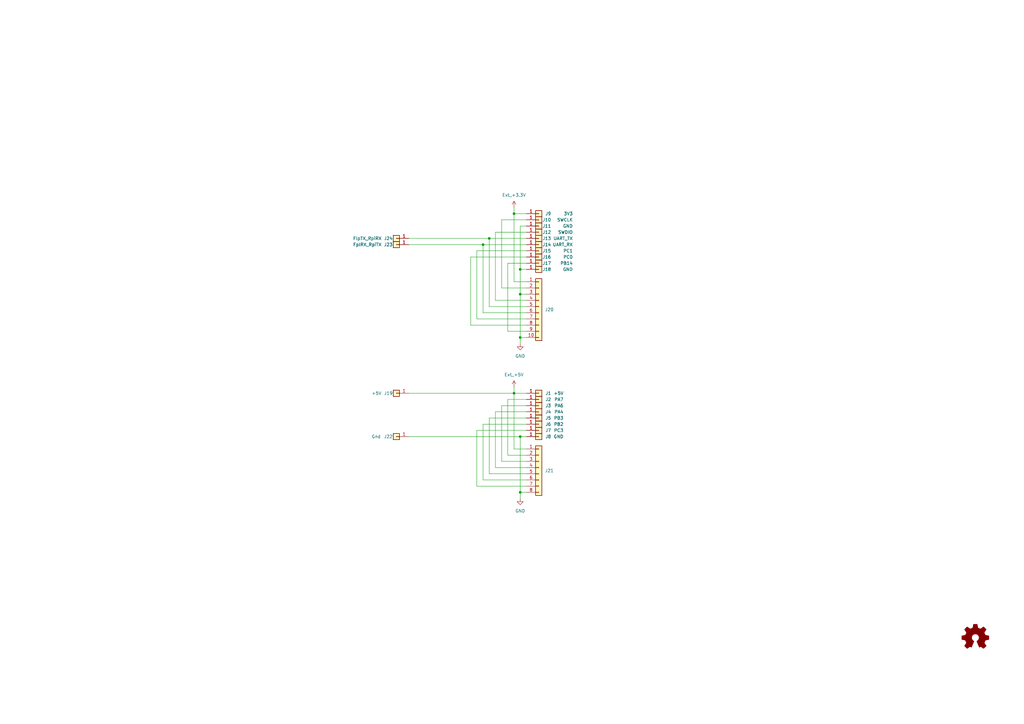
<source format=kicad_sch>
(kicad_sch (version 20230121) (generator eeschema)
  (paper "A3")
  (title_block (title "Raspberry") (date "2023-06-18") (rev "Rev 1") (company "Binary-6"))
  (lib_symbols
    (symbol "Connector_Generic:Conn_01x01" (pin_names (offset 1.016) hide)
      (property "Reference" "J" (at 0 2.54 0))
      (property "Value" "Conn_01x01" (at 0 -2.54 0))
      (symbol "Conn_01x01_1_1"
        (rectangle (start -1.27 0.127) (end 0 -0.127) (stroke (width 0.1524)))
        (rectangle (start -1.27 1.27) (end 1.27 -1.27) (stroke (width 0.254)) (fill (type background)))
        (pin passive line (at -5.08 0 0) (length 3.81) (name "Pin_1") (number "1"))
      )
    )
    (symbol "Connector_Generic:Conn_01x08" (pin_names (offset 1.016) hide)
      (property "Reference" "J" (at 0 10.16 0))
      (property "Value" "Conn_01x08" (at 0 -12.7 0))
      (symbol "Conn_01x08_1_1"
        (rectangle (start -1.27 -10.033) (end 0 -10.287) (stroke (width 0.1524)))
        (rectangle (start -1.27 -7.493) (end 0 -7.747) (stroke (width 0.1524)))
        (rectangle (start -1.27 -4.953) (end 0 -5.207) (stroke (width 0.1524)))
        (rectangle (start -1.27 -2.413) (end 0 -2.667) (stroke (width 0.1524)))
        (rectangle (start -1.27 0.127) (end 0 -0.127) (stroke (width 0.1524)))
        (rectangle (start -1.27 2.667) (end 0 2.413) (stroke (width 0.1524)))
        (rectangle (start -1.27 5.207) (end 0 4.953) (stroke (width 0.1524)))
        (rectangle (start -1.27 7.747) (end 0 7.493) (stroke (width 0.1524)))
        (rectangle (start -1.27 8.89) (end 1.27 -11.43) (stroke (width 0.254)) (fill (type background)))
        (pin passive line (at -5.08 7.62 0) (length 3.81) (name "Pin_1") (number "1"))
        (pin passive line (at -5.08 5.08 0) (length 3.81) (name "Pin_2") (number "2"))
        (pin passive line (at -5.08 2.54 0) (length 3.81) (name "Pin_3") (number "3"))
        (pin passive line (at -5.08 0 0) (length 3.81) (name "Pin_4") (number "4"))
        (pin passive line (at -5.08 -2.54 0) (length 3.81) (name "Pin_5") (number "5"))
        (pin passive line (at -5.08 -5.08 0) (length 3.81) (name "Pin_6") (number "6"))
        (pin passive line (at -5.08 -7.62 0) (length 3.81) (name "Pin_7") (number "7"))
        (pin passive line (at -5.08 -10.16 0) (length 3.81) (name "Pin_8") (number "8"))
      )
    )
    (symbol "Connector_Generic:Conn_01x10" (pin_names (offset 1.016) hide)
      (property "Reference" "J" (at 0 12.7 0))
      (property "Value" "Conn_01x10" (at 0 -15.24 0))
      (symbol "Conn_01x10_1_1"
        (rectangle (start -1.27 -12.573) (end 0 -12.827) (stroke (width 0.1524)))
        (rectangle (start -1.27 -10.033) (end 0 -10.287) (stroke (width 0.1524)))
        (rectangle (start -1.27 -7.493) (end 0 -7.747) (stroke (width 0.1524)))
        (rectangle (start -1.27 -4.953) (end 0 -5.207) (stroke (width 0.1524)))
        (rectangle (start -1.27 -2.413) (end 0 -2.667) (stroke (width 0.1524)))
        (rectangle (start -1.27 0.127) (end 0 -0.127) (stroke (width 0.1524)))
        (rectangle (start -1.27 2.667) (end 0 2.413) (stroke (width 0.1524)))
        (rectangle (start -1.27 5.207) (end 0 4.953) (stroke (width 0.1524)))
        (rectangle (start -1.27 7.747) (end 0 7.493) (stroke (width 0.1524)))
        (rectangle (start -1.27 10.287) (end 0 10.033) (stroke (width 0.1524)))
        (rectangle (start -1.27 11.43) (end 1.27 -13.97) (stroke (width 0.254)) (fill (type background)))
        (pin passive line (at -5.08 10.16 0) (length 3.81) (name "Pin_1") (number "1"))
        (pin passive line (at -5.08 -12.7 0) (length 3.81) (name "Pin_10") (number "10"))
        (pin passive line (at -5.08 7.62 0) (length 3.81) (name "Pin_2") (number "2"))
        (pin passive line (at -5.08 5.08 0) (length 3.81) (name "Pin_3") (number "3"))
        (pin passive line (at -5.08 2.54 0) (length 3.81) (name "Pin_4") (number "4"))
        (pin passive line (at -5.08 0 0) (length 3.81) (name "Pin_5") (number "5"))
        (pin passive line (at -5.08 -2.54 0) (length 3.81) (name "Pin_6") (number "6"))
        (pin passive line (at -5.08 -5.08 0) (length 3.81) (name "Pin_7") (number "7"))
        (pin passive line (at -5.08 -7.62 0) (length 3.81) (name "Pin_8") (number "8"))
        (pin passive line (at -5.08 -10.16 0) (length 3.81) (name "Pin_9") (number "9"))
      )
    )
    (symbol "Graphic:Logo_Open_Hardware_Small" (in_bom no) (on_board no)
      (symbol "Logo_Open_Hardware_Small_0_1"
        (polyline (pts (xy 3.3528 -4.3434) (xy 3.302 -4.318) (xy 3.175 -4.2418) (xy 2.9972 -4.1148) (xy 2.7686 -3.9624) (xy 2.54 -3.81) (xy 2.3622 -3.7084) (xy 2.2352 -3.6068) (xy 2.1844 -3.5814) (xy 2.159 -3.6068) (xy 2.0574 -3.6576) (xy 1.905 -3.7338) (xy 1.8034 -3.7846) (xy 1.6764 -3.8354) (xy 1.6002 -3.8354) (xy 1.6002 -3.8354) (xy 1.5494 -3.7338) (xy 1.4732 -3.5306) (xy 1.3462 -3.302) (xy 1.2446 -3.0226) (xy 1.1176 -2.7178) (xy 0.9652 -2.413) (xy 0.8636 -2.1082) (xy 0.7366 -1.8288) (xy 0.6604 -1.6256) (xy 0.6096 -1.4732) (xy 0.5842 -1.397) (xy 0.5842 -1.397) (xy 0.6604 -1.3208) (xy 0.7874 -1.2446) (xy 1.0414 -1.016) (xy 1.2954 -0.6858) (xy 1.4478 -0.3302) (xy 1.524 0.0762) (xy 1.4732 0.4572) (xy 1.3208 0.8128) (xy 1.0668 1.143) (xy 0.762 1.3716) (xy 0.4064 1.524) (xy 0 1.5748) (xy -0.381 1.5494) (xy -0.7366 1.397) (xy -1.0668 1.143) (xy -1.2192 0.9906) (xy -1.397 0.6604) (xy -1.524 0.3048) (xy -1.524 0.2286) (xy -1.4986 -0.1778) (xy -1.397 -0.5334) (xy -1.1938 -0.8636) (xy -0.9144 -1.143) (xy -0.8636 -1.1684) (xy -0.7366 -1.27) (xy -0.635 -1.3462) (xy -0.5842 -1.397) (xy -1.0668 -2.5908) (xy -1.143 -2.794) (xy -1.2954 -3.1242) (xy -1.397 -3.4036) (xy -1.4986 -3.6322) (xy -1.5748 -3.7846) (xy -1.6002 -3.8354) (xy -1.6002 -3.8354) (xy -1.651 -3.8354) (xy -1.7272 -3.81) (xy -1.905 -3.7338) (xy -2.0066 -3.683) (xy -2.1336 -3.6068) (xy -2.2098 -3.5814) (xy -2.2606 -3.6068) (xy -2.3622 -3.683) (xy -2.54 -3.81) (xy -2.7686 -3.9624) (xy -2.9718 -4.0894) (xy -3.1496 -4.2164) (xy -3.302 -4.318) (xy -3.3528 -4.3434) (xy -3.3782 -4.3434) (xy -3.429 -4.318) (xy -3.5306 -4.2164) (xy -3.7084 -4.064) (xy -3.937 -3.8354) (xy -3.9624 -3.81) (xy -4.1656 -3.6068) (xy -4.318 -3.4544) (xy -4.4196 -3.3274) (xy -4.445 -3.2766) (xy -4.445 -3.2766) (xy -4.4196 -3.2258) (xy -4.318 -3.0734) (xy -4.2164 -2.8956) (xy -4.064 -2.667) (xy -3.6576 -2.0828) (xy -3.8862 -1.5494) (xy -3.937 -1.3716) (xy -4.0386 -1.1684) (xy -4.0894 -1.0414) (xy -4.1148 -0.9652) (xy -4.191 -0.9398) (xy -4.318 -0.9144) (xy -4.5466 -0.8636) (xy -4.8006 -0.8128) (xy -5.0546 -0.7874) (xy -5.2578 -0.7366) (xy -5.4356 -0.7112) (xy -5.5118 -0.6858) (xy -5.5118 -0.6858) (xy -5.5372 -0.635) (xy -5.5372 -0.5588) (xy -5.5372 -0.4318) (xy -5.5626 -0.2286) (xy -5.5626 0.0762) (xy -5.5626 0.127) (xy -5.5372 0.4064) (xy -5.5372 0.635) (xy -5.5372 0.762) (xy -5.5372 0.8382) (xy -5.5372 0.8382) (xy -5.461 0.8382) (xy -5.3086 0.889) (xy -5.08 0.9144) (xy -4.826 0.9652) (xy -4.8006 0.9906) (xy -4.5466 1.0414) (xy -4.318 1.0668) (xy -4.1656 1.1176) (xy -4.0894 1.143) (xy -4.0894 1.143) (xy -4.0386 1.2446) (xy -3.9624 1.4224) (xy -3.8608 1.6256) (xy -3.7846 1.8288) (xy -3.7084 2.0066) (xy -3.6576 2.159) (xy -3.6322 2.2098) (xy -3.6322 2.2098) (xy -3.683 2.286) (xy -3.7592 2.413) (xy -3.8862 2.5908) (xy -4.064 2.8194) (xy -4.064 2.8448) (xy -4.2164 3.0734) (xy -4.3434 3.2512) (xy -4.4196 3.3782) (xy -4.445 3.4544) (xy -4.445 3.4544) (xy -4.3942 3.5052) (xy -4.2926 3.6322) (xy -4.1148 3.81) (xy -3.937 4.0132) (xy -3.8608 4.064) (xy -3.6576 4.2926) (xy -3.5052 4.4196) (xy -3.4036 4.4958) (xy -3.3528 4.5212) (xy -3.3528 4.5212) (xy -3.302 4.4704) (xy -3.1496 4.3688) (xy -2.9718 4.2418) (xy -2.7432 4.0894) (xy -2.7178 4.0894) (xy -2.4892 3.937) (xy -2.3114 3.81) (xy -2.1844 3.7084) (xy -2.1336 3.683) (xy -2.1082 3.683) (xy -2.032 3.7084) (xy -1.8542 3.7592) (xy -1.6764 3.8354) (xy -1.4732 3.937) (xy -1.27 4.0132) (xy -1.143 4.064) (xy -1.0668 4.1148) (xy -1.0668 4.1148) (xy -1.0414 4.191) (xy -1.016 4.3434) (xy -0.9652 4.572) (xy -0.9144 4.8514) (xy -0.889 4.9022) (xy -0.8382 5.1562) (xy -0.8128 5.3848) (xy -0.7874 5.5372) (xy -0.762 5.588) (xy -0.7112 5.6134) (xy -0.5842 5.6134) (xy -0.4064 5.6134) (xy -0.1524 5.6134) (xy 0.0762 5.6134) (xy 0.3302 5.6134) (xy 0.5334 5.6134) (xy 0.6858 5.588) (xy 0.7366 5.588) (xy 0.7366 5.588) (xy 0.762 5.5118) (xy 0.8128 5.334) (xy 0.8382 5.1054) (xy 0.9144 4.826) (xy 0.9144 4.7752) (xy 0.9652 4.5212) (xy 1.016 4.2926) (xy 1.0414 4.1402) (xy 1.0668 4.0894) (xy 1.0668 4.0894) (xy 1.1938 4.0386) (xy 1.3716 3.9624) (xy 1.5748 3.8608) (xy 2.0828 3.6576) (xy 2.7178 4.0894) (xy 2.7686 4.1402) (xy 2.9972 4.2926) (xy 3.175 4.4196) (xy 3.302 4.4958) (xy 3.3782 4.5212) (xy 3.3782 4.5212) (xy 3.429 4.4704) (xy 3.556 4.3434) (xy 3.7338 4.191) (xy 3.9116 3.9878) (xy 4.064 3.8354) (xy 4.2418 3.6576) (xy 4.3434 3.556) (xy 4.4196 3.4798) (xy 4.4196 3.429) (xy 4.4196 3.4036) (xy 4.3942 3.3274) (xy 4.2926 3.2004) (xy 4.1656 2.9972) (xy 4.0132 2.794) (xy 3.8862 2.5908) (xy 3.7592 2.3876) (xy 3.6576 2.2352) (xy 3.6322 2.159) (xy 3.6322 2.1336) (xy 3.683 2.0066) (xy 3.7592 1.8288) (xy 3.8608 1.6002) (xy 4.064 1.1176) (xy 4.3942 1.0414) (xy 4.5974 1.016) (xy 4.8768 0.9652) (xy 5.1308 0.9144) (xy 5.5372 0.8382) (xy 5.5626 -0.6604) (xy 5.4864 -0.6858) (xy 5.4356 -0.6858) (xy 5.2832 -0.7366) (xy 5.0546 -0.762) (xy 4.8006 -0.8128) (xy 4.5974 -0.8636) (xy 4.3688 -0.9144) (xy 4.2164 -0.9398) (xy 4.1402 -0.9398) (xy 4.1148 -0.9652) (xy 4.064 -1.0668) (xy 3.9878 -1.2446) (xy 3.9116 -1.4478) (xy 3.81 -1.651) (xy 3.7338 -1.8542) (xy 3.683 -2.0066) (xy 3.6576 -2.0828) (xy 3.683 -2.1336) (xy 3.7846 -2.2606) (xy 3.8862 -2.4638) (xy 4.0386 -2.667) (xy 4.191 -2.8956) (xy 4.318 -3.0734) (xy 4.3942 -3.2004) (xy 4.445 -3.2766) (xy 4.4196 -3.3274) (xy 4.3434 -3.429) (xy 4.1656 -3.5814) (xy 3.937 -3.8354) (xy 3.8862 -3.8608) (xy 3.683 -4.064) (xy 3.5306 -4.2164) (xy 3.4036 -4.318) (xy 3.3528 -4.3434)) (fill (type outline)))
      )
    )
    (symbol "MeineBibli:Ext_+3.3V" (power) (pin_names (offset 0))
      (property "Value" "Ext_+3.3V" (at 0 3.556 0))
      (symbol "Ext_+3.3V_0_1"
        (polyline (pts (xy -0.762 1.27) (xy 0 2.54)))
        (polyline (pts (xy 0 0) (xy 0 2.54)))
        (polyline (pts (xy 0 2.54) (xy 0.762 1.27)))
      )
      (symbol "Ext_+3.3V_1_1"
        (pin power_in line (at 0 0 90) (length 0) hide (name "Ext_+3.3V") (number "1"))
      )
    )
    (symbol "MeineBibli:Ext_+5V" (power) (pin_names (offset 0))
      (property "Value" "Ext_+5V" (at 0 3.556 0))
      (symbol "Ext_+5V_0_1"
        (polyline (pts (xy -0.762 1.27) (xy 0 2.54)))
        (polyline (pts (xy 0 0) (xy 0 2.54)))
        (polyline (pts (xy 0 2.54) (xy 0.762 1.27)))
      )
      (symbol "Ext_+5V_1_1"
        (pin power_in line (at 0 0 90) (length 0) hide (name "Ext_+5V") (number "1"))
      )
    )
    (symbol "power:GND" (power) (pin_names (offset 0))
      (property "Value" "GND" (at 0 -3.81 0))
      (symbol "GND_0_1"
        (polyline (pts (xy 0 0) (xy 0 -1.27) (xy 1.27 -1.27) (xy 0 -2.54) (xy -1.27 -1.27) (xy 0 -1.27)))
      )
      (symbol "GND_1_1"
        (pin power_in line (at 0 0 270) (length 0) hide (name "GND") (number "1"))
      )
    )
  )
  (junction (at 213.36 120.65))
  (junction (at 210.82 87.63))
  (junction (at 213.36 201.93))
  (junction (at 198.12 100.33))
  (junction (at 213.36 110.49))
  (junction (at 213.36 179.07))
  (junction (at 200.66 97.79))
  (junction (at 213.36 138.43))
  (junction (at 210.82 161.29))
  (wire (pts (xy 167.64 97.79) (xy 200.66 97.79)))
  (wire (pts (xy 215.9 201.93) (xy 213.36 201.93)))
  (wire (pts (xy 215.9 176.53) (xy 195.58 176.53)))
  (wire (pts (xy 208.28 107.95) (xy 208.28 135.89)))
  (wire (pts (xy 213.36 179.07) (xy 215.9 179.07)))
  (wire (pts (xy 200.66 97.79) (xy 215.9 97.79)))
  (wire (pts (xy 215.9 191.77) (xy 203.2 191.77)))
  (wire (pts (xy 215.9 133.35) (xy 193.04 133.35)))
  (wire (pts (xy 205.74 189.23) (xy 205.74 166.37)))
  (wire (pts (xy 208.28 186.69) (xy 208.28 163.83)))
  (wire (pts (xy 215.9 128.27) (xy 198.12 128.27)))
  (wire (pts (xy 215.9 168.91) (xy 203.2 168.91)))
  (wire (pts (xy 195.58 102.87) (xy 215.9 102.87)))
  (wire (pts (xy 215.9 125.73) (xy 200.66 125.73)))
  (wire (pts (xy 215.9 123.19) (xy 203.2 123.19)))
  (wire (pts (xy 205.74 166.37) (xy 215.9 166.37)))
  (wire (pts (xy 167.64 100.33) (xy 198.12 100.33)))
  (wire (pts (xy 215.9 138.43) (xy 213.36 138.43)))
  (wire (pts (xy 198.12 100.33) (xy 215.9 100.33)))
  (wire (pts (xy 215.9 107.95) (xy 208.28 107.95)))
  (wire (pts (xy 215.9 120.65) (xy 213.36 120.65)))
  (wire (pts (xy 213.36 110.49) (xy 215.9 110.49)))
  (wire (pts (xy 208.28 135.89) (xy 215.9 135.89)))
  (wire (pts (xy 215.9 115.57) (xy 210.82 115.57)))
  (wire (pts (xy 210.82 85.09) (xy 210.82 87.63)))
  (wire (pts (xy 208.28 163.83) (xy 215.9 163.83)))
  (wire (pts (xy 215.9 118.11) (xy 205.74 118.11)))
  (wire (pts (xy 200.66 125.73) (xy 200.66 97.79)))
  (wire (pts (xy 167.64 161.29) (xy 210.82 161.29)))
  (wire (pts (xy 213.36 138.43) (xy 213.36 140.97)))
  (wire (pts (xy 203.2 191.77) (xy 203.2 168.91)))
  (wire (pts (xy 193.04 105.41) (xy 215.9 105.41)))
  (wire (pts (xy 200.66 194.31) (xy 200.66 171.45)))
  (wire (pts (xy 195.58 130.81) (xy 195.58 102.87)))
  (wire (pts (xy 213.36 92.71) (xy 213.36 110.49)))
  (wire (pts (xy 210.82 161.29) (xy 210.82 184.15)))
  (wire (pts (xy 210.82 158.75) (xy 210.82 161.29)))
  (wire (pts (xy 210.82 87.63) (xy 215.9 87.63)))
  (wire (pts (xy 205.74 90.17) (xy 215.9 90.17)))
  (wire (pts (xy 215.9 194.31) (xy 200.66 194.31)))
  (wire (pts (xy 195.58 199.39) (xy 195.58 176.53)))
  (wire (pts (xy 205.74 118.11) (xy 205.74 90.17)))
  (wire (pts (xy 213.36 201.93) (xy 213.36 204.47)))
  (wire (pts (xy 213.36 201.93) (xy 213.36 179.07)))
  (wire (pts (xy 213.36 110.49) (xy 213.36 120.65)))
  (wire (pts (xy 193.04 133.35) (xy 193.04 105.41)))
  (wire (pts (xy 200.66 171.45) (xy 215.9 171.45)))
  (wire (pts (xy 215.9 92.71) (xy 213.36 92.71)))
  (wire (pts (xy 215.9 186.69) (xy 208.28 186.69)))
  (wire (pts (xy 198.12 128.27) (xy 198.12 100.33)))
  (wire (pts (xy 215.9 199.39) (xy 195.58 199.39)))
  (wire (pts (xy 215.9 130.81) (xy 195.58 130.81)))
  (wire (pts (xy 215.9 189.23) (xy 205.74 189.23)))
  (wire (pts (xy 210.82 161.29) (xy 215.9 161.29)))
  (wire (pts (xy 198.12 173.99) (xy 215.9 173.99)))
  (wire (pts (xy 215.9 196.85) (xy 198.12 196.85)))
  (wire (pts (xy 210.82 87.63) (xy 210.82 115.57)))
  (wire (pts (xy 203.2 95.25) (xy 215.9 95.25)))
  (wire (pts (xy 213.36 120.65) (xy 213.36 138.43)))
  (wire (pts (xy 198.12 196.85) (xy 198.12 173.99)))
  (wire (pts (xy 203.2 123.19) (xy 203.2 95.25)))
  (wire (pts (xy 210.82 184.15) (xy 215.9 184.15)))
  (wire (pts (xy 167.64 179.07) (xy 213.36 179.07)))
  (symbol (lib_id "Connector_Generic:Conn_01x01") (at 162.56 100.33 180) (unit 1)
    (property "Reference" "J23" (at 157.48 100.33 0) (effects (justify right)))
    (property "Value" "FplRX_RpiTX" (at 144.78 100.33 0) (effects (justify right)))
    (property "Footprint" "MeineBib:Board-Board-1mmEdge-2,54mm" (effects hide))
    (property "LCSC" "-" (effects hide))
  )
  (symbol (lib_id "power:GND") (at 213.36 204.47 0) (mirror y) (unit 1)
    (property "Reference" "#PWR031" (effects hide))
    (property "Value" "GND" (at 213.36 209.55 0))
  )
  (symbol (lib_id "Connector_Generic:Conn_01x01") (at 220.98 107.95 0) (unit 1)
    (property "Reference" "J17" (at 226.06 107.95 0) (effects (justify right)))
    (property "Value" "PB14" (at 234.95 107.95 0) (effects (justify right)))
    (property "Footprint" "MeineBib:Board-Board-1mmEdge-2,54mm" (effects hide))
    (property "LCSC" "-" (effects hide))
  )
  (symbol (lib_id "Connector_Generic:Conn_01x01") (at 220.98 102.87 0) (unit 1)
    (property "Reference" "J15" (at 226.06 102.87 0) (effects (justify right)))
    (property "Value" "PC1" (at 234.95 102.87 0) (effects (justify right)))
    (property "Footprint" "MeineBib:Board-Board-1mmEdge-2,54mm" (effects hide))
    (property "LCSC" "-" (effects hide))
  )
  (symbol (lib_id "Connector_Generic:Conn_01x01") (at 220.98 179.07 0) (unit 1)
    (property "Reference" "J8" (at 226.06 179.07 0) (effects (justify right)))
    (property "Value" "GND" (at 231.14 179.07 0) (effects (justify right)))
    (property "Footprint" "MeineBib:Board-Board-1mmEdge-2,54mm" (effects hide))
    (property "LCSC" "-" (effects hide))
  )
  (symbol (lib_id "Connector_Generic:Conn_01x01") (at 162.56 179.07 180) (unit 1)
    (property "Reference" "J22" (at 157.48 179.07 0) (effects (justify right)))
    (property "Value" "Gnd" (at 152.4 179.07 0) (effects (justify right)))
    (property "Footprint" "MeineBib:Board-Board-1mmEdge-2,54mm" (effects hide))
    (property "LCSC" "-" (effects hide))
  )
  (symbol (lib_id "Connector_Generic:Conn_01x01") (at 220.98 100.33 0) (unit 1)
    (property "Reference" "J14" (at 226.06 100.33 0) (effects (justify right)))
    (property "Value" "UART_RX" (at 234.95 100.33 0) (effects (justify right)))
    (property "Footprint" "MeineBib:Board-Board-1mmEdge-2,54mm" (effects hide))
    (property "LCSC" "-" (effects hide))
  )
  (symbol (lib_id "Connector_Generic:Conn_01x01") (at 220.98 90.17 0) (unit 1)
    (property "Reference" "J10" (at 226.06 90.17 0) (effects (justify right)))
    (property "Value" "SWCLK" (at 234.95 90.17 0) (effects (justify right)))
    (property "Footprint" "MeineBib:Board-Board-1mmEdge-2,54mm" (effects hide))
    (property "LCSC" "-" (effects hide))
  )
  (symbol (lib_id "Connector_Generic:Conn_01x01") (at 162.56 97.79 180) (unit 1)
    (property "Reference" "J24" (at 157.48 97.79 0) (effects (justify right)))
    (property "Value" "FlpTX_RpiRX" (at 144.78 97.79 0) (effects (justify right)))
    (property "Footprint" "MeineBib:Board-Board-1mmEdge-2,54mm" (effects hide))
    (property "LCSC" "-" (effects hide))
  )
  (symbol (lib_id "Connector_Generic:Conn_01x01") (at 220.98 87.63 0) (unit 1)
    (property "Reference" "J9" (at 226.06 87.63 0) (effects (justify right)))
    (property "Value" "3V3" (at 234.95 87.63 0) (effects (justify right)))
    (property "Footprint" "MeineBib:Board-Board-1mmEdge-2,54mm" (effects hide))
    (property "LCSC" "-" (effects hide))
  )
  (symbol (lib_id "Connector_Generic:Conn_01x01") (at 220.98 173.99 0) (unit 1)
    (property "Reference" "J6" (at 226.06 173.99 0) (effects (justify right)))
    (property "Value" "PB2" (at 231.14 173.99 0) (effects (justify right)))
    (property "Footprint" "MeineBib:Board-Board-1mmEdge-2,54mm" (effects hide))
    (property "LCSC" "-" (effects hide))
  )
  (symbol (lib_id "power:GND") (at 213.36 140.97 0) (mirror y) (unit 1)
    (property "Reference" "#PWR030" (effects hide))
    (property "Value" "GND" (at 213.36 146.05 0))
  )
  (symbol (lib_id "Connector_Generic:Conn_01x01") (at 220.98 105.41 0) (unit 1)
    (property "Reference" "J16" (at 226.06 105.41 0) (effects (justify right)))
    (property "Value" "PC0" (at 234.95 105.41 0) (effects (justify right)))
    (property "Footprint" "MeineBib:Board-Board-1mmEdge-2,54mm" (effects hide))
    (property "LCSC" "-" (effects hide))
  )
  (symbol (lib_id "Graphic:Logo_Open_Hardware_Small") (at 400.05 261.62 0) (unit 1) (in_bom no) (on_board no)
    (property "Reference" "#SYM1" (effects hide))
    (property "Value" "Logo_Open_Hardware_Small" (effects hide))
    (property "Sim.Enable" "0" (effects hide))
  )
  (symbol (lib_id "Connector_Generic:Conn_01x01") (at 220.98 163.83 0) (unit 1)
    (property "Reference" "J2" (at 226.06 163.83 0) (effects (justify right)))
    (property "Value" "PA7" (at 231.14 163.83 0) (effects (justify right)))
    (property "Footprint" "MeineBib:Board-Board-1mmEdge-2,54mm" (effects hide))
    (property "LCSC" "-" (effects hide))
  )
  (symbol (lib_id "Connector_Generic:Conn_01x01") (at 220.98 171.45 0) (unit 1)
    (property "Reference" "J5" (at 226.06 171.45 0) (effects (justify right)))
    (property "Value" "PB3" (at 231.14 171.45 0) (effects (justify right)))
    (property "Footprint" "MeineBib:Board-Board-1mmEdge-2,54mm" (effects hide))
    (property "LCSC" "-" (effects hide))
  )
  (symbol (lib_id "Connector_Generic:Conn_01x01") (at 220.98 97.79 0) (unit 1)
    (property "Reference" "J13" (at 226.06 97.79 0) (effects (justify right)))
    (property "Value" "UART_TX" (at 234.95 97.79 0) (effects (justify right)))
    (property "Footprint" "MeineBib:Board-Board-1mmEdge-2,54mm" (effects hide))
    (property "LCSC" "-" (effects hide))
  )
  (symbol (lib_id "Connector_Generic:Conn_01x01") (at 220.98 95.25 0) (unit 1)
    (property "Reference" "J12" (at 226.06 95.25 0) (effects (justify right)))
    (property "Value" "SWDIO" (at 234.95 95.25 0) (effects (justify right)))
    (property "Footprint" "MeineBib:Board-Board-1mmEdge-2,54mm" (effects hide))
    (property "LCSC" "-" (effects hide))
  )
  (symbol (lib_id "Connector_Generic:Conn_01x01") (at 220.98 161.29 0) (unit 1)
    (property "Reference" "J1" (at 226.06 161.29 0) (effects (justify right)))
    (property "Value" "+5V" (at 231.14 161.29 0) (effects (justify right)))
    (property "Footprint" "MeineBib:Board-Board-1mmEdge-2,54mm" (effects hide))
    (property "LCSC" "-" (effects hide))
  )
  (symbol (lib_id "Connector_Generic:Conn_01x01") (at 220.98 92.71 0) (unit 1)
    (property "Reference" "J11" (at 226.06 92.71 0) (effects (justify right)))
    (property "Value" "GND" (at 234.95 92.71 0) (effects (justify right)))
    (property "Footprint" "MeineBib:Board-Board-1mmEdge-2,54mm" (effects hide))
    (property "LCSC" "-" (effects hide))
  )
  (symbol (lib_id "Connector_Generic:Conn_01x10") (at 220.98 125.73 0) (unit 1)
    (property "Reference" "J20" (at 223.52 126.9999 0) (effects (justify left)))
    (property "Value" "Conn_01x10" (effects hide))
    (property "Footprint" "Connector_PinHeader_2.54mm:PinHeader_1x10_P2.54mm_Vertical" (effects hide))
    (property "LCSC" "-" (effects hide))
  )
  (symbol (lib_id "Connector_Generic:Conn_01x01") (at 220.98 176.53 0) (unit 1)
    (property "Reference" "J7" (at 226.06 176.53 0) (effects (justify right)))
    (property "Value" "PC3" (at 231.14 176.53 0) (effects (justify right)))
    (property "Footprint" "MeineBib:Board-Board-1mmEdge-2,54mm" (effects hide))
    (property "LCSC" "-" (effects hide))
  )
  (symbol (lib_id "MeineBibli:Ext_+3.3V") (at 210.82 85.09 0) (unit 1)
    (property "Reference" "#PWR028" (effects hide))
    (property "Value" "Ext_+3.3V" (at 210.82 80.01 0))
  )
  (symbol (lib_id "Connector_Generic:Conn_01x01") (at 162.56 161.29 180) (unit 1)
    (property "Reference" "J19" (at 157.48 161.29 0) (effects (justify right)))
    (property "Value" "+5V" (at 152.4 161.29 0) (effects (justify right)))
    (property "Footprint" "MeineBib:Board-Board-1mmEdge-2,54mm" (effects hide))
    (property "LCSC" "-" (effects hide))
  )
  (symbol (lib_id "Connector_Generic:Conn_01x01") (at 220.98 166.37 0) (unit 1)
    (property "Reference" "J3" (at 226.06 166.37 0) (effects (justify right)))
    (property "Value" "PA6" (at 231.14 166.37 0) (effects (justify right)))
    (property "Footprint" "MeineBib:Board-Board-1mmEdge-2,54mm" (effects hide))
    (property "LCSC" "-" (effects hide))
  )
  (symbol (lib_id "Connector_Generic:Conn_01x08") (at 220.98 191.77 0) (unit 1)
    (property "Reference" "J21" (at 223.52 193.0399 0) (effects (justify left)))
    (property "Value" "Conn_01x08" (effects hide))
    (property "Footprint" "Connector_PinHeader_2.54mm:PinHeader_1x08_P2.54mm_Vertical" (effects hide))
    (property "LCSC" "-" (effects hide))
  )
  (symbol (lib_id "MeineBibli:Ext_+5V") (at 210.82 158.75 0) (unit 1)
    (property "Reference" "#PWR029" (effects hide))
    (property "Value" "Ext_+5V" (at 210.82 153.67 0))
  )
  (symbol (lib_id "Connector_Generic:Conn_01x01") (at 220.98 110.49 0) (unit 1)
    (property "Reference" "J18" (at 226.06 110.49 0) (effects (justify right)))
    (property "Value" "GND" (at 234.95 110.49 0) (effects (justify right)))
    (property "Footprint" "MeineBib:Board-Board-1mmEdge-2,54mm" (effects hide))
    (property "LCSC" "-" (effects hide))
  )
  (symbol (lib_id "Connector_Generic:Conn_01x01") (at 220.98 168.91 0) (unit 1)
    (property "Reference" "J4" (at 226.06 168.91 0) (effects (justify right)))
    (property "Value" "PA4" (at 231.14 168.91 0) (effects (justify right)))
    (property "Footprint" "MeineBib:Board-Board-1mmEdge-2,54mm" (effects hide))
    (property "LCSC" "-" (effects hide))
  )
)
</source>
